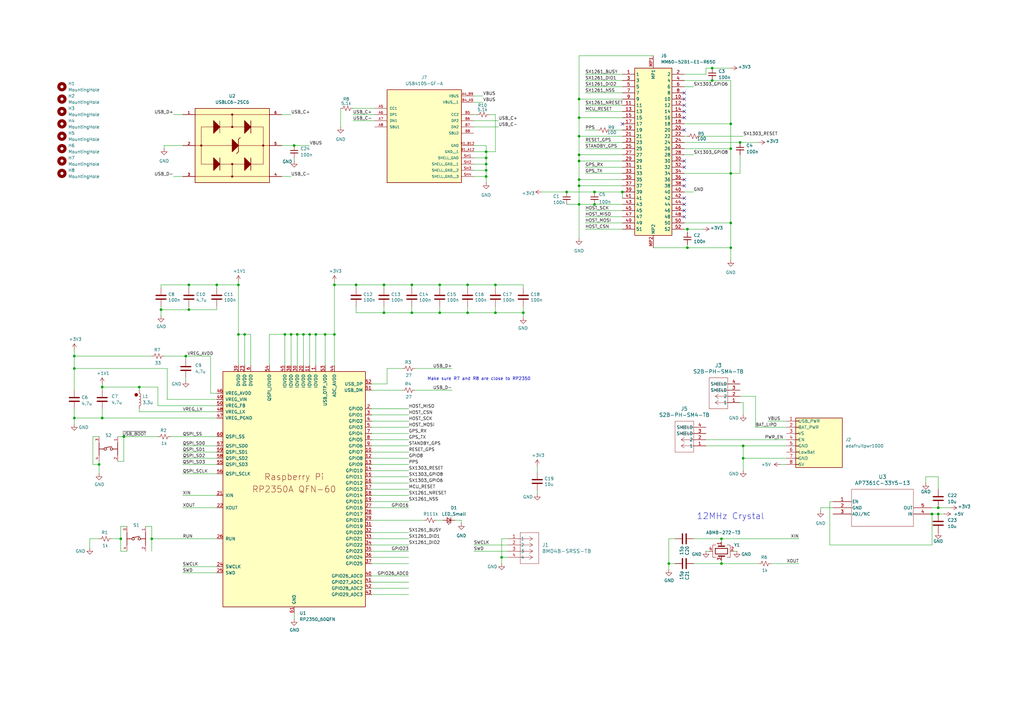
<source format=kicad_sch>
(kicad_sch (version 20250114) (generator "eeschema") (generator_version "9.0")
  (paper "A3")
  (circle (center 55.88 161.925) (radius 0.635) (stroke (width 0) (color 132 0 0 1)) (fill (type color) (color 132 0 0 1)))
  (text "12MHz Crystal" (at 285.75 213.36 0) (effects (font (size 2.54 2.54)) (justify left bottom)))
  (text "Make sure R7 and R8 are close to RP2350\n" (at 175.26 156.21 0) (effects (font (size 1.27 1.27)) (justify left bottom)))
  (junction (at 127 137.16))
  (junction (at 281.94 93.98))
  (junction (at 137.16 137.16))
  (junction (at 384.81 210.82))
  (junction (at 97.79 137.16))
  (junction (at 199.39 64.77))
  (junction (at 299.72 101.6))
  (junction (at 292.1 27.94))
  (junction (at 299.72 91.44))
  (junction (at 382.27 210.82))
  (junction (at 129.54 137.16))
  (junction (at 30.48 171.45))
  (junction (at 157.48 128.27))
  (junction (at 214.63 128.27))
  (junction (at 76.2 146.05))
  (junction (at 49.53 220.98))
  (junction (at 232.41 78.74))
  (junction (at 66.04 127))
  (junction (at 119.38 137.16))
  (junction (at 50.8 179.07))
  (junction (at 292.1 33.02))
  (junction (at 133.35 137.16))
  (junction (at 274.32 231.14))
  (junction (at 41.91 171.45))
  (junction (at 168.91 128.27))
  (junction (at 203.2 116.84))
  (junction (at 77.47 116.84))
  (junction (at 199.39 67.31))
  (junction (at 304.8 182.88))
  (junction (at 97.79 116.84))
  (junction (at 237.49 76.2))
  (junction (at 203.2 128.27))
  (junction (at 237.49 83.82))
  (junction (at 299.72 71.12))
  (junction (at 180.34 116.84))
  (junction (at 116.84 137.16))
  (junction (at 30.48 146.05))
  (junction (at 299.72 50.8))
  (junction (at 304.8 187.96))
  (junction (at 157.48 116.84))
  (junction (at 41.91 158.75))
  (junction (at 303.53 58.42))
  (junction (at 237.49 66.04))
  (junction (at 137.16 116.84))
  (junction (at 62.23 220.98))
  (junction (at 146.05 116.84))
  (junction (at 237.49 55.88))
  (junction (at 281.94 101.6))
  (junction (at 384.81 208.28))
  (junction (at 168.91 116.84))
  (junction (at 255.27 78.74))
  (junction (at 40.64 190.5))
  (junction (at 299.72 60.96))
  (junction (at 180.34 128.27))
  (junction (at 295.91 220.98))
  (junction (at 237.49 40.64))
  (junction (at 205.74 228.6))
  (junction (at 120.65 59.69))
  (junction (at 191.77 116.84))
  (junction (at 88.9 116.84))
  (junction (at 243.84 83.82))
  (junction (at 77.47 127))
  (junction (at 100.33 137.16))
  (junction (at 199.39 62.23))
  (junction (at 121.92 137.16))
  (junction (at 191.77 128.27))
  (junction (at 124.46 137.16))
  (junction (at 199.39 72.39))
  (junction (at 30.48 151.13))
  (junction (at 237.49 63.5))
  (junction (at 295.91 231.14))
  (junction (at 57.15 158.75))
  (junction (at 243.84 78.74))
  (junction (at 237.49 73.66))
  (junction (at 237.49 48.26))
  (junction (at 199.39 69.85))
  (no_connect (at 280.67 73.66))
  (no_connect (at 280.67 43.18))
  (no_connect (at 280.67 53.34))
  (no_connect (at 280.67 38.1))
  (no_connect (at 280.67 68.58))
  (no_connect (at 280.67 66.04))
  (no_connect (at 280.67 40.64))
  (no_connect (at 280.67 45.72))
  (no_connect (at 280.67 86.36))
  (no_connect (at 280.67 76.2))
  (no_connect (at 280.67 81.28))
  (no_connect (at 255.27 50.8))
  (no_connect (at 280.67 48.26))
  (no_connect (at 280.67 83.82))
  (no_connect (at 280.67 88.9))
  (wire (pts (xy 203.2 46.99) (xy 203.2 62.23)))
  (wire (pts (xy 49.53 215.9) (xy 49.53 220.98)))
  (wire (pts (xy 300.99 226.06) (xy 302.26 226.06)))
  (wire (pts (xy 240.03 91.44) (xy 255.27 91.44)))
  (wire (pts (xy 214.63 118.11) (xy 214.63 116.84)))
  (wire (pts (xy 66.04 127) (xy 66.04 129.54)))
  (wire (pts (xy 152.4 231.14) (xy 167.64 231.14)))
  (wire (pts (xy 152.4 167.64) (xy 167.64 167.64)))
  (wire (pts (xy 66.04 116.84) (xy 77.47 116.84)))
  (wire (pts (xy 38.1 190.5) (xy 40.64 190.5)))
  (wire (pts (xy 88.9 166.37) (xy 64.77 166.37)))
  (wire (pts (xy 120.65 251.46) (xy 120.65 254)))
  (wire (pts (xy 71.12 72.39) (xy 74.93 72.39)))
  (wire (pts (xy 267.97 22.86) (xy 237.49 22.86)))
  (wire (pts (xy 314.96 172.72) (xy 322.58 172.72)))
  (wire (pts (xy 40.64 189.23) (xy 40.64 190.5)))
  (wire (pts (xy 240.03 43.18) (xy 255.27 43.18)))
  (wire (pts (xy 152.4 218.44) (xy 167.64 218.44)))
  (wire (pts (xy 243.84 83.82) (xy 255.27 83.82)))
  (wire (pts (xy 186.69 213.36) (xy 189.23 213.36)))
  (wire (pts (xy 124.46 137.16) (xy 127 137.16)))
  (wire (pts (xy 152.4 175.26) (xy 167.64 175.26)))
  (wire (pts (xy 152.4 157.48) (xy 158.75 157.48)))
  (wire (pts (xy 179.07 213.36) (xy 181.61 213.36)))
  (wire (pts (xy 280.67 60.96) (xy 299.72 60.96)))
  (wire (pts (xy 387.35 210.82) (xy 384.81 210.82)))
  (wire (pts (xy 158.75 151.13) (xy 165.1 151.13)))
  (wire (pts (xy 152.4 238.76) (xy 167.64 238.76)))
  (wire (pts (xy 127 137.16) (xy 129.54 137.16)))
  (wire (pts (xy 146.05 118.11) (xy 146.05 116.84)))
  (wire (pts (xy 379.73 195.58) (xy 379.73 198.12)))
  (wire (pts (xy 280.67 33.02) (xy 292.1 33.02)))
  (wire (pts (xy 152.4 193.04) (xy 167.64 193.04)))
  (wire (pts (xy 121.92 137.16) (xy 124.46 137.16)))
  (wire (pts (xy 240.03 60.96) (xy 255.27 60.96)))
  (wire (pts (xy 316.23 231.14) (xy 327.66 231.14)))
  (wire (pts (xy 133.35 137.16) (xy 137.16 137.16)))
  (wire (pts (xy 144.78 49.53) (xy 153.67 49.53)))
  (wire (pts (xy 280.67 63.5) (xy 284.48 63.5)))
  (wire (pts (xy 281.94 100.33) (xy 281.94 101.6)))
  (wire (pts (xy 199.39 67.31) (xy 199.39 69.85)))
  (wire (pts (xy 340.36 205.74) (xy 340.36 223.52)))
  (wire (pts (xy 86.36 161.29) (xy 88.9 161.29)))
  (wire (pts (xy 289.56 180.34) (xy 322.58 180.34)))
  (wire (pts (xy 144.78 46.99) (xy 153.67 46.99)))
  (wire (pts (xy 127 149.86) (xy 127 137.16)))
  (wire (pts (xy 88.9 127) (xy 88.9 125.73)))
  (wire (pts (xy 194.31 41.91) (xy 198.12 41.91)))
  (wire (pts (xy 133.35 149.86) (xy 133.35 137.16)))
  (wire (pts (xy 62.23 220.98) (xy 62.23 215.9)))
  (wire (pts (xy 68.58 163.83) (xy 88.9 163.83)))
  (wire (pts (xy 152.4 160.02) (xy 165.1 160.02)))
  (wire (pts (xy 240.03 93.98) (xy 255.27 93.98)))
  (wire (pts (xy 280.67 35.56) (xy 284.48 35.56)))
  (wire (pts (xy 88.9 194.31) (xy 74.93 194.31)))
  (wire (pts (xy 240.03 53.34) (xy 245.11 53.34)))
  (wire (pts (xy 57.15 158.75) (xy 57.15 160.02)))
  (wire (pts (xy 240.03 86.36) (xy 255.27 86.36)))
  (wire (pts (xy 158.75 151.13) (xy 158.75 157.48)))
  (wire (pts (xy 119.38 137.16) (xy 121.92 137.16)))
  (wire (pts (xy 49.53 220.98) (xy 49.53 226.06)))
  (wire (pts (xy 189.23 213.36) (xy 189.23 214.63)))
  (wire (pts (xy 304.8 187.96) (xy 304.8 193.04)))
  (wire (pts (xy 280.67 91.44) (xy 299.72 91.44)))
  (wire (pts (xy 152.4 220.98) (xy 167.64 220.98)))
  (wire (pts (xy 384.81 195.58) (xy 379.73 195.58)))
  (wire (pts (xy 205.74 228.6) (xy 205.74 231.14)))
  (wire (pts (xy 119.38 149.86) (xy 119.38 137.16)))
  (wire (pts (xy 299.72 106.68) (xy 299.72 101.6)))
  (wire (pts (xy 152.4 198.12) (xy 167.64 198.12)))
  (wire (pts (xy 289.56 30.48) (xy 280.67 30.48)))
  (wire (pts (xy 194.31 59.69) (xy 199.39 59.69)))
  (wire (pts (xy 152.4 228.6) (xy 167.64 228.6)))
  (wire (pts (xy 68.58 151.13) (xy 68.58 163.83)))
  (wire (pts (xy 194.31 223.52) (xy 208.28 223.52)))
  (wire (pts (xy 77.47 125.73) (xy 77.47 127)))
  (wire (pts (xy 168.91 125.73) (xy 168.91 128.27)))
  (wire (pts (xy 74.93 185.42) (xy 88.9 185.42)))
  (wire (pts (xy 88.9 208.28) (xy 74.93 208.28)))
  (wire (pts (xy 86.36 146.05) (xy 86.36 161.29)))
  (wire (pts (xy 115.57 59.69) (xy 120.65 59.69)))
  (wire (pts (xy 191.77 128.27) (xy 180.34 128.27)))
  (wire (pts (xy 152.4 203.2) (xy 167.64 203.2)))
  (wire (pts (xy 303.53 58.42) (xy 311.15 58.42)))
  (wire (pts (xy 157.48 128.27) (xy 146.05 128.27)))
  (wire (pts (xy 69.85 179.07) (xy 88.9 179.07)))
  (wire (pts (xy 62.23 220.98) (xy 62.23 226.06)))
  (wire (pts (xy 243.84 78.74) (xy 255.27 78.74)))
  (wire (pts (xy 57.15 168.91) (xy 88.9 168.91)))
  (wire (pts (xy 152.4 241.3) (xy 167.64 241.3)))
  (wire (pts (xy 168.91 116.84) (xy 180.34 116.84)))
  (wire (pts (xy 64.77 166.37) (xy 64.77 158.75)))
  (wire (pts (xy 152.4 172.72) (xy 167.64 172.72)))
  (wire (pts (xy 240.03 30.48) (xy 255.27 30.48)))
  (wire (pts (xy 30.48 146.05) (xy 30.48 151.13)))
  (wire (pts (xy 66.04 125.73) (xy 66.04 127)))
  (wire (pts (xy 214.63 128.27) (xy 214.63 130.175)))
  (wire (pts (xy 97.79 116.84) (xy 97.79 137.16)))
  (wire (pts (xy 237.49 83.82) (xy 237.49 76.2)))
  (wire (pts (xy 280.67 93.98) (xy 281.94 93.98)))
  (wire (pts (xy 289.56 226.06) (xy 290.83 226.06)))
  (wire (pts (xy 194.31 39.37) (xy 198.12 39.37)))
  (wire (pts (xy 180.34 118.11) (xy 180.34 116.84)))
  (wire (pts (xy 88.9 234.95) (xy 74.93 234.95)))
  (wire (pts (xy 40.64 179.07) (xy 38.1 179.07)))
  (wire (pts (xy 237.49 22.86) (xy 237.49 40.64)))
  (wire (pts (xy 146.05 125.73) (xy 146.05 128.27)))
  (wire (pts (xy 157.48 116.84) (xy 168.91 116.84)))
  (wire (pts (xy 121.92 149.86) (xy 121.92 137.16)))
  (wire (pts (xy 322.58 187.96) (xy 304.8 187.96)))
  (wire (pts (xy 199.39 69.85) (xy 199.39 72.39)))
  (wire (pts (xy 38.1 179.07) (xy 38.1 190.5)))
  (wire (pts (xy 255.27 48.26) (xy 237.49 48.26)))
  (wire (pts (xy 41.91 160.02) (xy 41.91 158.75)))
  (wire (pts (xy 88.9 116.84) (xy 97.79 116.84)))
  (wire (pts (xy 232.41 78.74) (xy 243.84 78.74)))
  (wire (pts (xy 52.07 226.06) (xy 49.53 226.06)))
  (wire (pts (xy 280.67 71.12) (xy 299.72 71.12)))
  (wire (pts (xy 97.79 115.57) (xy 97.79 116.84)))
  (wire (pts (xy 194.31 64.77) (xy 199.39 64.77)))
  (wire (pts (xy 152.4 180.34) (xy 167.64 180.34)))
  (wire (pts (xy 255.27 73.66) (xy 237.49 73.66)))
  (wire (pts (xy 237.49 55.88) (xy 237.49 48.26)))
  (wire (pts (xy 280.67 78.74) (xy 284.48 78.74)))
  (wire (pts (xy 110.49 149.86) (xy 110.49 137.16)))
  (wire (pts (xy 191.77 116.84) (xy 203.2 116.84)))
  (wire (pts (xy 74.93 182.88) (xy 88.9 182.88)))
  (wire (pts (xy 304.8 165.1) (xy 304.8 170.18)))
  (wire (pts (xy 203.2 62.23) (xy 199.39 62.23)))
  (wire (pts (xy 74.93 187.96) (xy 88.9 187.96)))
  (wire (pts (xy 152.4 177.8) (xy 167.64 177.8)))
  (wire (pts (xy 180.34 128.27) (xy 168.91 128.27)))
  (wire (pts (xy 194.31 226.06) (xy 208.28 226.06)))
  (wire (pts (xy 116.84 149.86) (xy 116.84 137.16)))
  (wire (pts (xy 152.4 208.28) (xy 167.64 208.28)))
  (wire (pts (xy 144.78 44.45) (xy 153.67 44.45)))
  (wire (pts (xy 50.8 179.07) (xy 64.77 179.07)))
  (wire (pts (xy 304.8 165.1) (xy 303.53 165.1)))
  (wire (pts (xy 137.16 116.84) (xy 137.16 137.16)))
  (wire (pts (xy 292.1 33.02) (xy 299.72 33.02)))
  (wire (pts (xy 284.48 220.98) (xy 295.91 220.98)))
  (wire (pts (xy 100.33 137.16) (xy 102.87 137.16)))
  (wire (pts (xy 66.04 118.11) (xy 66.04 116.84)))
  (wire (pts (xy 194.31 49.53) (xy 204.47 49.53)))
  (wire (pts (xy 237.49 63.5) (xy 237.49 55.88)))
  (wire (pts (xy 341.63 208.28) (xy 336.55 208.28)))
  (wire (pts (xy 41.91 167.64) (xy 41.91 171.45)))
  (wire (pts (xy 280.67 58.42) (xy 303.53 58.42)))
  (wire (pts (xy 88.9 118.11) (xy 88.9 116.84)))
  (wire (pts (xy 240.03 35.56) (xy 255.27 35.56)))
  (wire (pts (xy 168.91 128.27) (xy 157.48 128.27)))
  (wire (pts (xy 66.04 127) (xy 77.47 127)))
  (wire (pts (xy 237.49 66.04) (xy 237.49 63.5)))
  (wire (pts (xy 222.25 78.74) (xy 232.41 78.74)))
  (wire (pts (xy 281.94 93.98) (xy 288.29 93.98)))
  (wire (pts (xy 240.03 71.12) (xy 255.27 71.12)))
  (wire (pts (xy 50.8 189.23) (xy 50.8 179.07)))
  (wire (pts (xy 203.2 128.27) (xy 214.63 128.27)))
  (wire (pts (xy 267.97 101.6) (xy 281.94 101.6)))
  (wire (pts (xy 67.31 146.05) (xy 76.2 146.05)))
  (wire (pts (xy 203.2 125.73) (xy 203.2 128.27)))
  (wire (pts (xy 203.2 128.27) (xy 191.77 128.27)))
  (wire (pts (xy 295.91 231.14) (xy 311.15 231.14)))
  (wire (pts (xy 309.88 162.56) (xy 303.53 162.56)))
  (wire (pts (xy 303.53 63.5) (xy 303.53 71.12)))
  (wire (pts (xy 281.94 101.6) (xy 299.72 101.6)))
  (wire (pts (xy 152.4 226.06) (xy 167.64 226.06)))
  (wire (pts (xy 152.4 243.84) (xy 167.64 243.84)))
  (wire (pts (xy 237.49 40.64) (xy 255.27 40.64)))
  (wire (pts (xy 194.31 72.39) (xy 199.39 72.39)))
  (wire (pts (xy 152.4 190.5) (xy 167.64 190.5)))
  (wire (pts (xy 194.31 52.07) (xy 204.47 52.07)))
  (wire (pts (xy 309.88 162.56) (xy 309.88 175.26)))
  (wire (pts (xy 240.03 38.1) (xy 255.27 38.1)))
  (wire (pts (xy 76.2 146.05) (xy 76.2 147.32)))
  (wire (pts (xy 120.65 64.77) (xy 120.65 66.04)))
  (wire (pts (xy 30.48 146.05) (xy 62.23 146.05)))
  (wire (pts (xy 74.93 190.5) (xy 88.9 190.5)))
  (wire (pts (xy 168.91 118.11) (xy 168.91 116.84)))
  (wire (pts (xy 203.2 118.11) (xy 203.2 116.84)))
  (wire (pts (xy 299.72 60.96) (xy 299.72 50.8)))
  (wire (pts (xy 203.2 46.99) (xy 200.66 46.99)))
  (wire (pts (xy 116.84 137.16) (xy 119.38 137.16)))
  (wire (pts (xy 384.81 200.66) (xy 384.81 195.58)))
  (wire (pts (xy 115.57 72.39) (xy 119.38 72.39)))
  (wire (pts (xy 280.67 50.8) (xy 299.72 50.8)))
  (wire (pts (xy 237.49 76.2) (xy 237.49 73.66)))
  (wire (pts (xy 77.47 127) (xy 88.9 127)))
  (wire (pts (xy 237.49 83.82) (xy 237.49 97.79)))
  (wire (pts (xy 289.56 27.94) (xy 292.1 27.94)))
  (wire (pts (xy 88.9 232.41) (xy 74.93 232.41)))
  (wire (pts (xy 97.79 137.16) (xy 97.79 149.86)))
  (wire (pts (xy 64.77 158.75) (xy 57.15 158.75)))
  (wire (pts (xy 274.32 220.98) (xy 274.32 231.14)))
  (wire (pts (xy 203.2 116.84) (xy 214.63 116.84)))
  (wire (pts (xy 129.54 137.16) (xy 129.54 149.86)))
  (wire (pts (xy 124.46 149.86) (xy 124.46 137.16)))
  (wire (pts (xy 102.87 137.16) (xy 102.87 149.86)))
  (wire (pts (xy 194.31 62.23) (xy 199.39 62.23)))
  (wire (pts (xy 199.39 59.69) (xy 199.39 62.23)))
  (wire (pts (xy 41.91 158.75) (xy 57.15 158.75)))
  (wire (pts (xy 152.4 223.52) (xy 167.64 223.52)))
  (wire (pts (xy 48.26 189.23) (xy 50.8 189.23)))
  (wire (pts (xy 62.23 215.9) (xy 59.69 215.9)))
  (wire (pts (xy 36.83 220.98) (xy 36.83 224.79)))
  (wire (pts (xy 76.2 146.05) (xy 86.36 146.05)))
  (wire (pts (xy 41.91 157.48) (xy 41.91 158.75)))
  (wire (pts (xy 287.02 55.88) (xy 304.8 55.88)))
  (wire (pts (xy 237.49 83.82) (xy 243.84 83.82)))
  (wire (pts (xy 137.16 115.57) (xy 137.16 116.84)))
  (wire (pts (xy 255.27 66.04) (xy 237.49 66.04)))
  (wire (pts (xy 320.04 190.5) (xy 322.58 190.5)))
  (wire (pts (xy 237.49 40.64) (xy 237.49 48.26)))
  (wire (pts (xy 137.16 137.16) (xy 137.16 149.86)))
  (wire (pts (xy 255.27 55.88) (xy 237.49 55.88)))
  (wire (pts (xy 67.31 59.69) (xy 67.31 60.96)))
  (wire (pts (xy 152.4 195.58) (xy 167.64 195.58)))
  (wire (pts (xy 157.48 118.11) (xy 157.48 116.84)))
  (wire (pts (xy 74.93 203.2) (xy 88.9 203.2)))
  (wire (pts (xy 152.4 185.42) (xy 167.64 185.42)))
  (wire (pts (xy 276.86 231.14) (xy 274.32 231.14)))
  (wire (pts (xy 100.33 137.16) (xy 97.79 137.16)))
  (wire (pts (xy 152.4 170.18) (xy 167.64 170.18)))
  (wire (pts (xy 205.74 220.98) (xy 205.74 228.6)))
  (wire (pts (xy 115.57 46.99) (xy 119.38 46.99)))
  (wire (pts (xy 281.94 93.98) (xy 281.94 95.25)))
  (wire (pts (xy 77.47 116.84) (xy 88.9 116.84)))
  (wire (pts (xy 280.67 55.88) (xy 281.94 55.88)))
  (wire (pts (xy 295.91 220.98) (xy 327.66 220.98)))
  (wire (pts (xy 152.4 187.96) (xy 167.64 187.96)))
  (wire (pts (xy 71.12 46.99) (xy 74.93 46.99)))
  (wire (pts (xy 100.33 149.86) (xy 100.33 137.16)))
  (wire (pts (xy 341.63 205.74) (xy 340.36 205.74)))
  (wire (pts (xy 152.4 213.36) (xy 173.99 213.36)))
  (wire (pts (xy 274.32 231.14) (xy 274.32 233.68)))
  (wire (pts (xy 110.49 137.16) (xy 116.84 137.16)))
  (wire (pts (xy 45.72 220.98) (xy 49.53 220.98)))
  (wire (pts (xy 384.81 208.28) (xy 382.27 208.28)))
  (wire (pts (xy 30.48 143.51) (xy 30.48 146.05)))
  (wire (pts (xy 382.27 223.52) (xy 382.27 210.82)))
  (wire (pts (xy 77.47 118.11) (xy 77.47 116.84)))
  (wire (pts (xy 137.16 116.84) (xy 146.05 116.84)))
  (wire (pts (xy 49.53 215.9) (xy 52.07 215.9)))
  (wire (pts (xy 30.48 167.64) (xy 30.48 171.45)))
  (wire (pts (xy 336.55 208.28) (xy 336.55 209.55)))
  (wire (pts (xy 255.27 63.5) (xy 237.49 63.5)))
  (wire (pts (xy 299.72 71.12) (xy 299.72 60.96)))
  (wire (pts (xy 255.27 76.2) (xy 237.49 76.2)))
  (wire (pts (xy 40.64 190.5) (xy 40.64 194.31)))
  (wire (pts (xy 170.18 160.02) (xy 185.42 160.02)))
  (wire (pts (xy 57.15 168.91) (xy 57.15 167.64)))
  (wire (pts (xy 232.41 83.82) (xy 237.49 83.82)))
  (wire (pts (xy 240.03 33.02) (xy 255.27 33.02)))
  (wire (pts (xy 180.34 116.84) (xy 191.77 116.84)))
  (wire (pts (xy 41.91 171.45) (xy 88.9 171.45)))
  (wire (pts (xy 139.7 44.45) (xy 139.7 52.07)))
  (wire (pts (xy 191.77 125.73) (xy 191.77 128.27)))
  (wire (pts (xy 220.345 201.295) (xy 220.345 202.565)))
  (wire (pts (xy 240.03 45.72) (xy 255.27 45.72)))
  (wire (pts (xy 214.63 125.73) (xy 214.63 128.27)))
  (wire (pts (xy 74.93 59.69) (xy 67.31 59.69)))
  (wire (pts (xy 76.2 156.21) (xy 76.2 154.94)))
  (wire (pts (xy 299.72 71.12) (xy 303.53 71.12)))
  (wire (pts (xy 295.91 229.87) (xy 295.91 231.14)))
  (wire (pts (xy 152.4 205.74) (xy 167.64 205.74)))
  (wire (pts (xy 208.28 228.6) (xy 205.74 228.6)))
  (wire (pts (xy 152.4 200.66) (xy 167.64 200.66)))
  (wire (pts (xy 146.05 116.84) (xy 157.48 116.84)))
  (wire (pts (xy 30.48 171.45) (xy 30.48 173.99)))
  (wire (pts (xy 152.4 182.88) (xy 167.64 182.88)))
  (wire (pts (xy 208.28 220.98) (xy 205.74 220.98)))
  (wire (pts (xy 299.72 71.12) (xy 299.72 91.44)))
  (wire (pts (xy 299.72 50.8) (xy 299.72 33.02)))
  (wire (pts (xy 157.48 125.73) (xy 157.48 128.27)))
  (wire (pts (xy 199.39 72.39) (xy 199.39 74.93)))
  (wire (pts (xy 289.56 27.94) (xy 289.56 30.48)))
  (wire (pts (xy 299.72 101.6) (xy 299.72 91.44)))
  (wire (pts (xy 48.26 179.07) (xy 50.8 179.07)))
  (wire (pts (xy 309.88 175.26) (xy 322.58 175.26)))
  (wire (pts (xy 276.86 220.98) (xy 274.32 220.98)))
  (wire (pts (xy 289.56 182.88) (xy 304.8 182.88)))
  (wire (pts (xy 170.18 151.13) (xy 185.42 151.13)))
  (wire (pts (xy 180.34 125.73) (xy 180.34 128.27)))
  (wire (pts (xy 304.8 182.88) (xy 304.8 187.96)))
  (wire (pts (xy 295.91 222.25) (xy 295.91 220.98)))
  (wire (pts (xy 194.31 67.31) (xy 199.39 67.31)))
  (wire (pts (xy 240.03 68.58) (xy 255.27 68.58)))
  (wire (pts (xy 240.03 88.9) (xy 255.27 88.9)))
  (wire (pts (xy 340.36 223.52) (xy 382.27 223.52)))
  (wire (pts (xy 250.19 53.34) (xy 255.27 53.34)))
  (wire (pts (xy 199.39 62.23) (xy 199.39 64.77)))
  (wire (pts (xy 36.83 220.98) (xy 40.64 220.98)))
  (wire (pts (xy 384.81 210.82) (xy 382.27 210.82)))
  (wire (pts (xy 195.58 46.99) (xy 194.31 46.99)))
  (wire (pts (xy 191.77 118.11) (xy 191.77 116.84)))
  (wire (pts (xy 30.48 171.45) (xy 41.91 171.45)))
  (wire (pts (xy 220.345 191.135) (xy 220.345 193.675)))
  (wire (pts (xy 129.54 137.16) (xy 133.35 137.16)))
  (wire (pts (xy 152.4 236.22) (xy 167.64 236.22)))
  (wire (pts (xy 255.27 78.74) (xy 255.27 81.28)))
  (wire (pts (xy 30.48 151.13) (xy 68.58 151.13)))
  (wire (pts (xy 194.31 69.85) (xy 199.39 69.85)))
  (wire (pts (xy 284.48 231.14) (xy 295.91 231.14)))
  (wire (pts (xy 237.49 73.66) (xy 237.49 66.04)))
  (wire (pts (xy 240.03 58.42) (xy 255.27 58.42)))
  (wire (pts (xy 384.81 208.28) (xy 389.89 208.28)))
  (wire (pts (xy 292.1 27.94) (xy 299.72 27.94)))
  (wire (pts (xy 199.39 64.77) (xy 199.39 67.31)))
  (wire (pts (xy 120.65 59.69) (xy 127 59.69)))
  (wire (pts (xy 62.23 220.98) (xy 88.9 220.98)))
  (wire (pts (xy 30.48 151.13) (xy 30.48 160.02)))
  (wire (pts (xy 322.58 182.88) (xy 304.8 182.88)))
  (label "MCU_RESET" (at 167.64 200.66 0))
  (label "HOST_MISO" (at 240.03 88.9 0))
  (label "USB_D-" (at 185.42 160.02 180))
  (label "HOST_MOSI" (at 167.64 175.26 0))
  (label "XIN" (at 74.93 203.2 0))
  (label "STANDBY_GPS" (at 240.03 60.96 0))
  (label "HOST_SCK" (at 167.64 172.72 0))
  (label "XOUT" (at 327.66 231.14 180))
  (label "QSPI_SD2" (at 74.93 187.96 0))
  (label "SX1261_NRESET" (at 167.64 203.2 0))
  (label "PPS" (at 240.03 53.34 0))
  (label "HOST_MISO" (at 167.64 167.64 0))
  (label "VBUS" (at 198.12 39.37 0))
  (label "SX1261_DIO1" (at 167.64 220.98 0))
  (label "MCU_RESET" (at 240.03 45.72 0))
  (label "VREG_LX" (at 74.93 168.91 0))
  (label "SX1303_RESET" (at 304.8 55.88 0))
  (label "SX1303_GPIO8" (at 167.64 195.58 0))
  (label "~{USB_BOOT}" (at 50.165 179.07 0))
  (label "USB_D+" (at 185.42 151.13 180))
  (label "SX1303_GPIO8" (at 284.48 63.5 0))
  (label "GPIO26_ADC0" (at 167.64 236.22 180))
  (label "GPIO8" (at 167.64 187.96 0))
  (label "RESET_GPS" (at 167.64 185.42 0))
  (label "BAT_LIPO" (at 309.88 175.26 0))
  (label "HOST_CSN" (at 240.03 93.98 0))
  (label "SX1261_DIO2" (at 167.64 223.52 0))
  (label "SWCLK" (at 194.31 223.52 0))
  (label "XIN" (at 327.66 220.98 180))
  (label "SX1261_NSS" (at 167.64 205.74 0))
  (label "RESET_GPS" (at 240.03 58.42 0))
  (label "HOST_SCK" (at 240.03 86.36 0))
  (label "RUN" (at 74.93 220.98 0))
  (label "SX1261_NSS" (at 240.03 38.1 0))
  (label "XOUT" (at 74.93 208.28 0))
  (label "HOST_CSN" (at 167.64 170.18 0))
  (label "GPS_TX" (at 167.64 180.34 0))
  (label "VBUS" (at 314.96 172.72 0))
  (label "HOST_MOSI" (at 240.03 91.44 0))
  (label "GPIO16" (at 167.64 208.28 180))
  (label "QSPI_SS" (at 74.93 179.07 0))
  (label "USB_C-" (at 204.47 52.07 0))
  (label "PPS" (at 167.64 190.5 0))
  (label "GPS_RX" (at 240.03 68.58 0))
  (label "QSPI_SCLK" (at 74.93 194.31 0))
  (label "SX1303_GPIO6" (at 167.64 198.12 0))
  (label "GPS_TX" (at 240.03 71.12 0))
  (label "USB_D-" (at 71.12 72.39 180))
  (label "SWD" (at 74.93 234.95 0))
  (label "USB_C-" (at 144.78 49.53 0))
  (label "SWD" (at 194.31 226.06 0))
  (label "SX1261_NRESET" (at 240.03 43.18 0))
  (label "SX1261_BUSY" (at 167.64 218.44 0))
  (label "USB_D+" (at 71.12 46.99 180))
  (label "GPIO23" (at 167.64 226.06 180))
  (label "USB_C+" (at 144.78 46.99 0))
  (label "SX1261_BUSY" (at 240.03 30.48 0))
  (label "SX1261_DIO2" (at 240.03 35.56 0))
  (label "SX1303_RESET" (at 167.64 193.04 0))
  (label "USB_C+" (at 119.38 46.99 0))
  (label "GPS_RX" (at 167.64 177.8 0))
  (label "GND" (at 284.48 78.74 0))
  (label "QSPI_SD1" (at 74.93 185.42 0))
  (label "VREG_AVDD" (at 76.835 146.05 0))
  (label "USB_C+" (at 204.47 49.53 0))
  (label "USB_C-" (at 119.38 72.39 0))
  (label "QSPI_SD3" (at 74.93 190.5 0))
  (label "SWCLK" (at 74.93 232.41 0))
  (label "STANDBY_GPS" (at 167.64 182.88 0))
  (label "SX1261_DIO1" (at 240.03 33.02 0))
  (label "PWR_EN" (at 313.69 180.34 0))
  (label "QSPI_SD0" (at 74.93 182.88 0))
  (label "SX1303_GPIO6" (at 284.48 35.56 0))
  (label "VBUS" (at 127 59.69 0))
  (label "VBUS" (at 198.12 41.91 0))
  (symbol (lib_id "power:GND") (at 120.65 254 0) (unit 1)
    (property "Reference" "#PWR021" (effects (hide yes)))
    (property "Value" "GND" (at 120.777 258.3942 0))
  )
  (symbol (lib_id "power:+3V3") (at 137.16 115.57 0) (unit 1)
    (property "Reference" "#PWR022" (effects (hide yes)))
    (property "Value" "+3V3" (at 137.541 111.1758 0))
  )
  (symbol (lib_id "Device:C") (at 146.05 121.92 0) (unit 1)
    (property "Reference" "C12" (at 148.971 120.7516 0) (effects (justify left)))
    (property "Value" "100n" (at 148.971 123.063 0) (effects (justify left)))
    (property "Footprint" "Capacitor_SMD:C_0402_1005Metric" (effects (hide yes)))
  )
  (symbol (lib_id "Device:C") (at 157.48 121.92 0) (unit 1)
    (property "Reference" "C13" (at 160.401 120.7516 0) (effects (justify left)))
    (property "Value" "100n" (at 160.401 123.063 0) (effects (justify left)))
    (property "Footprint" "Capacitor_SMD:C_0402_1005Metric" (effects (hide yes)))
  )
  (symbol (lib_id "Device:C") (at 168.91 121.92 0) (unit 1)
    (property "Reference" "C14" (at 171.831 120.7516 0) (effects (justify left)))
    (property "Value" "100n" (at 171.831 123.063 0) (effects (justify left)))
    (property "Footprint" "Capacitor_SMD:C_0402_1005Metric" (effects (hide yes)))
  )
  (symbol (lib_id "Device:C") (at 180.34 121.92 0) (unit 1)
    (property "Reference" "C15" (at 183.261 120.7516 0) (effects (justify left)))
    (property "Value" "100n" (at 183.261 123.063 0) (effects (justify left)))
    (property "Footprint" "Capacitor_SMD:C_0402_1005Metric" (effects (hide yes)))
  )
  (symbol (lib_id "Device:C") (at 191.77 121.92 0) (unit 1)
    (property "Reference" "C16" (at 194.691 120.7516 0) (effects (justify left)))
    (property "Value" "100n" (at 194.691 123.063 0) (effects (justify left)))
    (property "Footprint" "Capacitor_SMD:C_0402_1005Metric" (effects (hide yes)))
  )
  (symbol (lib_id "Device:C") (at 203.2 121.92 0) (unit 1)
    (property "Reference" "C17" (at 206.121 120.7516 0) (effects (justify left)))
    (property "Value" "100n" (at 206.121 123.063 0) (effects (justify left)))
    (property "Footprint" "Capacitor_SMD:C_0402_1005Metric" (effects (hide yes)))
  )
  (symbol (lib_id "power:+3V3") (at 220.345 191.135 0) (unit 1)
    (property "Reference" "#PWR027" (effects (hide yes)))
    (property "Value" "+3V3" (at 220.726 186.7408 0))
  )
  (symbol (lib_id "Device:C") (at 220.345 197.485 0) (unit 1)
    (property "Reference" "C19" (at 223.266 196.3166 0) (effects (justify left)))
    (property "Value" "10u" (at 223.266 198.628 0) (effects (justify left)))
    (property "Footprint" "Capacitor_SMD:C_0805_2012Metric" (effects (hide yes)))
  )
  (symbol (lib_id "power:GND") (at 220.345 202.565 0) (unit 1)
    (property "Reference" "#PWR028" (effects (hide yes)))
    (property "Value" "GND" (at 216.535 203.835 0))
  )
  (symbol (lib_id "power:GND") (at 66.04 129.54 0) (unit 1)
    (property "Reference" "#PWR013" (effects (hide yes)))
    (property "Value" "GND" (at 66.167 133.9342 0))
  )
  (symbol (lib_id "power:+3V3") (at 299.72 27.94 270) (unit 1)
    (property "Reference" "#PWR031" (effects (hide yes)))
    (property "Value" "+3V3" (at 305.308 27.432 90))
  )
  (symbol (lib_id "power:+3V3") (at 30.48 143.51 0) (unit 1)
    (property "Reference" "#PWR0102" (effects (hide yes)))
    (property "Value" "+3V3" (at 30.861 139.1158 0))
  )
  (symbol (lib_id "Device:C") (at 88.9 121.92 0) (unit 1)
    (property "Reference" "C11" (at 91.821 120.7516 0) (effects (justify left)))
    (property "Value" "100n" (at 91.821 123.063 0) (effects (justify left)))
    (property "Footprint" "Capacitor_SMD:C_0402_1005Metric" (effects (hide yes)))
  )
  (symbol (lib_id "Device:C_Small") (at 232.41 81.28 0) (unit 1)
    (property "Reference" "C1" (at 226.822 80.518 0) (effects (justify left)))
    (property "Value" "100n" (at 226.822 83.058 0) (effects (justify left)))
    (property "Footprint" "Capacitor_SMD:C_0402_1005Metric" (effects (hide yes)))
    (property "Description" "Unpolarized capacitor, small symbol" (effects (hide yes)))
  )
  (symbol (lib_id "adafruit_power1000:adafruitpwr1000") (at 326.39 186.69 0) (unit 1)
    (property "Reference" "J2" (at 346.71 180.3399 0) (effects (justify left)))
    (property "Value" "adafruitpwr1000" (at 346.71 182.8799 0) (effects (justify left)))
    (property "Footprint" "adafruit:adafruit powerboost 1000 5pin3pads" (effects (hide yes)))
  )
  (symbol (lib_id "power:GND") (at 289.56 226.06 0) (unit 1)
    (property "Reference" "#PWR011" (effects (hide yes)))
    (property "Value" "GND" (at 285.75 227.33 0))
  )
  (symbol (lib_id "power:GND") (at 336.55 209.55 0) (unit 1)
    (property "Reference" "#PWR025" (effects (hide yes)))
    (property "Value" "GND" (at 336.55 214.63 0))
    (property "Description" "Power symbol creates a global label with name \"GND\" , ground" (effects (hide yes)))
  )
  (symbol (lib_id "power:GND") (at 40.64 194.31 0) (unit 1)
    (property "Reference" "#PWR017" (effects (hide yes)))
    (property "Value" "GND" (at 40.767 198.7042 0))
  )
  (symbol (lib_id "Device:R_Small_US") (at 167.64 151.13 90) (unit 1)
    (property "Reference" "R3" (at 167.386 148.59 90))
    (property "Value" "27" (at 167.64 153.924 90))
    (property "Footprint" "Resistor_SMD:R_0402_1005Metric" (effects (hide yes)))
    (property "Description" "Resistor, small US symbol" (effects (hide yes)))
  )
  (symbol (lib_id "MCU_RaspberryPi_RP2350:RP2350_60QFN") (at 120.65 200.66 0) (unit 1)
    (property "Reference" "U1" (at 122.8441 251.46 0) (effects (justify left)))
    (property "Value" "RP2350_60QFN" (at 122.8441 254 0) (effects (justify left)))
    (property "Footprint" "RP2350_60QFN_minimal:RP2350-QFN-60-1EP_7x7_P0.4mm_EP3.4x3.4mm_ThermalVias" (effects (hide yes)))
  )
  (symbol (lib_id "Device:C") (at 214.63 121.92 0) (unit 1)
    (property "Reference" "C18" (at 217.551 120.7516 0) (effects (justify left)))
    (property "Value" "100n" (at 217.551 123.063 0) (effects (justify left)))
    (property "Footprint" "Capacitor_SMD:C_0402_1005Metric" (effects (hide yes)))
  )
  (symbol (lib_id "Device:R_Small_US") (at 198.12 46.99 90) (unit 1)
    (property "Reference" "R10" (at 197.866 43.18 90))
    (property "Value" "5.1k" (at 197.866 44.958 90))
    (property "Footprint" "Resistor_SMD:R_0402_1005Metric" (effects (hide yes)))
    (property "Description" "Resistor, small US symbol" (effects (hide yes)))
  )
  (symbol (lib_id "Device:C_Small") (at 120.65 62.23 0) (unit 1)
    (property "Reference" "C24" (at 123.19 60.9662 0) (effects (justify left)))
    (property "Value" "100n" (at 123.19 63.5062 0) (effects (justify left)))
    (property "Footprint" "Capacitor_SMD:C_0402_1005Metric" (effects (hide yes)))
    (property "Description" "Unpolarized capacitor, small symbol" (effects (hide yes)))
  )
  (symbol (lib_id "power:GND") (at 189.23 214.63 0) (unit 1)
    (property "Reference" "#PWR033" (effects (hide yes)))
    (property "Value" "GND" (at 189.23 219.71 0))
    (property "Description" "Power symbol creates a global label with name \"GND\" , ground" (effects (hide yes)))
  )
  (symbol (lib_id "power:+5V") (at 320.04 190.5 90) (unit 1)
    (property "Reference" "#PWR01" (effects (hide yes)))
    (property "Value" "+5V" (at 316.23 190.5001 90) (effects (justify left)))
    (property "Description" "Power symbol creates a global label with name \"+5V\"" (effects (hide yes)))
  )
  (symbol (lib_id "JST PH 2pin:S2B-PH-SM4-TB") (at 289.56 182.88 180) (unit 1)
    (property "Reference" "J5" (at 280.67 167.64 0) (effects (font (size 1.524 1.524))))
    (property "Value" "S2B-PH-SM4-TB" (at 280.67 170.18 0) (effects (font (size 1.524 1.524))))
    (property "Footprint" "JST2pin:CONN_S2B-PH-SM4-TB_JST_mod2" (effects (hide yes)))
    (property "Datasheet" "S2B-PH-SM4-TB(LF)(SN)" (effects (hide yes)))
  )
  (symbol (lib_id "power:GND") (at 199.39 74.93 0) (unit 1)
    (property "Reference" "#PWR019" (effects (hide yes)))
    (property "Value" "GND" (at 199.39 80.01 0))
    (property "Description" "Power symbol creates a global label with name \"GND\" , ground" (effects (hide yes)))
  )
  (symbol (lib_id "Device:R_Small_US") (at 284.48 55.88 90) (unit 1)
    (property "Reference" "R5" (at 287.528 54.864 90))
    (property "Value" "100" (at 287.782 56.896 90))
    (property "Footprint" "Resistor_SMD:R_0402_1005Metric" (effects (hide yes)))
    (property "Description" "Resistor, small US symbol" (effects (hide yes)))
  )
  (symbol (lib_id "Device:C") (at 280.67 231.14 270) (unit 1)
    (property "Reference" "C21" (at 281.8384 234.061 0) (effects (justify left)))
    (property "Value" "15p" (at 279.527 234.061 0) (effects (justify left)))
    (property "Footprint" "Capacitor_SMD:C_0402_1005Metric" (effects (hide yes)))
  )
  (symbol (lib_id "Device:C") (at 30.48 163.83 0) (unit 1)
    (property "Reference" "C6" (at 33.401 162.9953 0) (effects (justify left)))
    (property "Value" "4.7u" (at 33.401 165.5322 0) (effects (justify left)))
    (property "Footprint" "RP2350_60QFN_minimal:C_0402_1005Metric_small_pads" (effects (hide yes)))
  )
  (symbol (lib_id "Mechanical:MountingHole") (at 25.4 45.72 0) (unit 1) (exclude_from_sim yes) (in_bom no)
    (property "Reference" "H3" (at 27.94 44.4499 0) (effects (justify left)))
    (property "Value" "MountingHole" (at 27.94 46.9899 0) (effects (justify left)))
    (property "Footprint" "receiverBoard:mountinghole3mm" (effects (hide yes)))
    (property "Description" "Mounting Hole without connection" (effects (hide yes)))
  )
  (symbol (lib_id "Device:R_Small_US") (at 313.69 231.14 90) (unit 1)
    (property "Reference" "R6" (at 313.436 228.6 90))
    (property "Value" "1k" (at 313.69 233.934 90))
    (property "Footprint" "Resistor_SMD:R_0402_1005Metric" (effects (hide yes)))
    (property "Description" "Resistor, small US symbol" (effects (hide yes)))
  )
  (symbol (lib_id "power:GND") (at 302.26 226.06 0) (unit 1)
    (property "Reference" "#PWR012" (effects (hide yes)))
    (property "Value" "GND" (at 306.07 227.33 0))
  )
  (symbol (lib_id "power:+3V3") (at 389.89 208.28 270) (unit 1)
    (property "Reference" "#PWR09" (effects (hide yes)))
    (property "Value" "+3V3" (at 395.478 207.772 90))
  )
  (symbol (lib_id "Device:C_Small") (at 292.1 30.48 0) (unit 1)
    (property "Reference" "C3" (at 294.64 29.2162 0) (effects (justify left)))
    (property "Value" "100n" (at 294.64 31.7562 0) (effects (justify left)))
    (property "Footprint" "Capacitor_SMD:C_0402_1005Metric" (effects (hide yes)))
    (property "Description" "Unpolarized capacitor, small symbol" (effects (hide yes)))
  )
  (symbol (lib_id "Mechanical:MountingHole") (at 25.4 50.8 0) (unit 1) (exclude_from_sim yes) (in_bom no)
    (property "Reference" "H4" (at 27.94 49.5299 0) (effects (justify left)))
    (property "Value" "MountingHole" (at 27.94 52.0699 0) (effects (justify left)))
    (property "Footprint" "receiverBoard:mountinghole3mm" (effects (hide yes)))
    (property "Description" "Mounting Hole without connection" (effects (hide yes)))
  )
  (symbol (lib_id "Device:R_Small_US") (at 142.24 44.45 90) (unit 1)
    (property "Reference" "R8" (at 141.986 40.64 90))
    (property "Value" "5.1k" (at 141.986 42.418 90))
    (property "Footprint" "Resistor_SMD:R_0402_1005Metric" (effects (hide yes)))
    (property "Description" "Resistor, small US symbol" (effects (hide yes)))
  )
  (symbol (lib_id "power:GND") (at 299.72 106.68 0) (unit 1)
    (property "Reference" "#PWR07" (effects (hide yes)))
    (property "Value" "GND" (at 299.72 111.76 0))
    (property "Description" "Power symbol creates a global label with name \"GND\" , ground" (effects (hide yes)))
  )
  (symbol (lib_id "receiverBoard:mountinghole4mm") (at 25.4 55.88 0) (unit 1) (exclude_from_sim yes) (in_bom no)
    (property "Reference" "H5" (at 27.94 54.6099 0) (effects (justify left)))
    (property "Value" "MountingHole" (at 27.94 57.1499 0) (effects (justify left)))
    (property "Footprint" "TF:MountingHole_4mm_t4" (effects (hide yes)))
    (property "Description" "Mounting Hole without connection" (effects (hide yes)))
  )
  (symbol (lib_id "Device:C") (at 41.91 163.83 0) (unit 1)
    (property "Reference" "C7" (at 45.72 162.56 0) (effects (justify left)))
    (property "Value" "4.7u" (at 45.72 165.1 0) (effects (justify left)))
    (property "Footprint" "RP2350_60QFN_minimal:C_0402_1005Metric_small_pads" (effects (hide yes)))
  )
  (symbol (lib_id "AP7361C_33Y5_13:AP7361C-33Y5-13") (at 341.63 205.74 0) (unit 1)
    (property "Reference" "U3" (at 361.95 195.58 0) (effects (font (size 1.524 1.524))))
    (property "Value" "AP7361C-33Y5-13" (at 361.95 198.12 0) (effects (font (size 1.524 1.524))))
    (property "Footprint" "AP7361C_33Y5_13:SOT89-5_DIO-M_MODGND" (effects (hide yes)))
    (property "Datasheet" "AP7361C-33Y5-13" (effects (hide yes)))
  )
  (symbol (lib_id "Device:R_Small_US") (at 247.65 53.34 90) (unit 1)
    (property "Reference" "R9" (at 250.698 52.324 90))
    (property "Value" "100" (at 250.952 54.356 90))
    (property "Footprint" "Resistor_SMD:R_0402_1005Metric" (effects (hide yes)))
    (property "Description" "Resistor, small US symbol" (effects (hide yes)))
  )
  (symbol (lib_id "Device:C") (at 76.2 151.13 0) (unit 1)
    (property "Reference" "C9" (at 80.01 149.86 0) (effects (justify left)))
    (property "Value" "4.7u" (at 80.01 152.4 0) (effects (justify left)))
    (property "Footprint" "Capacitor_SMD:C_0402_1005Metric" (effects (hide yes)))
  )
  (symbol (lib_id "Device:R_Small_US") (at 67.31 179.07 90) (unit 1)
    (property "Reference" "R2" (at 67.056 176.53 90))
    (property "Value" "1k" (at 67.31 181.864 90))
    (property "Footprint" "Resistor_SMD:R_0402_1005Metric" (effects (hide yes)))
    (property "Description" "Resistor, small US symbol" (effects (hide yes)))
  )
  (symbol (lib_id "power:+3V3") (at 222.25 78.74 90) (unit 1)
    (property "Reference" "#PWR05" (effects (hide yes)))
    (property "Value" "+3V3" (at 216.662 79.248 90))
  )
  (symbol (lib_id "power:GND") (at 139.7 52.07 0) (unit 1)
    (property "Reference" "#PWR029" (effects (hide yes)))
    (property "Value" "GND" (at 139.7 57.15 0))
    (property "Description" "Power symbol creates a global label with name \"GND\" , ground" (effects (hide yes)))
  )
  (symbol (lib_id "Device:LED_Small") (at 184.15 213.36 180) (unit 1)
    (property "Reference" "D1" (at 186.182 208.28 0))
    (property "Value" "LED_Small" (at 186.182 210.82 0))
    (property "Footprint" "LED_SMD:LED_0402_1005Metric" (effects (hide yes)))
    (property "Description" "Light emitting diode, small symbol" (effects (hide yes)))
    (property "Sim.Pin" "1=K 2=A" (effects (hide yes)))
  )
  (symbol (lib_id "power:GND") (at 237.49 97.79 0) (unit 1)
    (property "Reference" "#PWR04" (effects (hide yes)))
    (property "Value" "GND" (at 237.49 102.87 0))
    (property "Description" "Power symbol creates a global label with name \"GND\" , ground" (effects (hide yes)))
  )
  (symbol (lib_id "Device:R_Small_US") (at 176.53 213.36 90) (unit 1)
    (property "Reference" "R11" (at 175.514 210.82 90))
    (property "Value" "1k" (at 178.562 210.82 90))
    (property "Footprint" "Resistor_SMD:R_0402_1005Metric" (effects (hide yes)))
    (property "Description" "Resistor, small US symbol" (effects (hide yes)))
  )
  (symbol (lib_id "power:+1V1") (at 97.79 115.57 0) (unit 1)
    (property "Reference" "#PWR020" (effects (hide yes)))
    (property "Value" "+1V1" (at 98.171 111.1758 0))
  )
  (symbol (lib_id "power:GND") (at 304.8 193.04 0) (unit 1)
    (property "Reference" "#PWR02" (effects (hide yes)))
    (property "Value" "GND" (at 300.99 194.31 0))
  )
  (symbol (lib_id "power:GND") (at 304.8 170.18 0) (unit 1)
    (property "Reference" "#PWR034" (effects (hide yes)))
    (property "Value" "GND" (at 300.99 171.45 0))
  )
  (symbol (lib_id "Device:C_Small") (at 281.94 97.79 0) (unit 1)
    (property "Reference" "C2" (at 284.48 96.5262 0) (effects (justify left)))
    (property "Value" "100n" (at 284.48 99.0662 0) (effects (justify left)))
    (property "Footprint" "Capacitor_SMD:C_0402_1005Metric" (effects (hide yes)))
    (property "Description" "Unpolarized capacitor, small symbol" (effects (hide yes)))
  )
  (symbol (lib_id "power:+5V") (at 387.35 210.82 270) (unit 1)
    (property "Reference" "#PWR018" (effects (hide yes)))
    (property "Value" "+5V" (at 391.16 210.8199 90) (effects (justify left)))
    (property "Description" "Power symbol creates a global label with name \"+5V\"" (effects (hide yes)))
  )
  (symbol (lib_id "Mechanical:MountingHole") (at 25.4 35.56 0) (unit 1) (exclude_from_sim yes) (in_bom no)
    (property "Reference" "H1" (at 27.94 34.2899 0) (effects (justify left)))
    (property "Value" "MountingHole" (at 27.94 36.8299 0) (effects (justify left)))
    (property "Footprint" "receiverBoard:mountinghole3mm" (effects (hide yes)))
    (property "Description" "Mounting Hole without connection" (effects (hide yes)))
  )
  (symbol (lib_id "Device:C") (at 280.67 220.98 270) (unit 1)
    (property "Reference" "C20" (at 281.8384 223.901 0) (effects (justify left)))
    (property "Value" "15p" (at 279.527 223.901 0) (effects (justify left)))
    (property "Footprint" "Capacitor_SMD:C_0402_1005Metric" (effects (hide yes)))
  )
  (symbol (lib_id "power:GND") (at 379.73 198.12 0) (unit 1)
    (property "Reference" "#PWR026" (effects (hide yes)))
    (property "Value" "GND" (at 379.73 201.676 0))
    (property "Description" "Power symbol creates a global label with name \"GND\" , ground" (effects (hide yes)))
  )
  (symbol (lib_id "Device:C_Small") (at 303.53 60.96 0) (unit 1)
    (property "Reference" "C4" (at 306.07 59.6962 0) (effects (justify left)))
    (property "Value" "100n" (at 306.07 62.2362 0) (effects (justify left)))
    (property "Footprint" "Capacitor_SMD:C_0402_1005Metric" (effects (hide yes)))
    (property "Description" "Unpolarized capacitor, small symbol" (effects (hide yes)))
  )
  (symbol (lib_id "Device:C") (at 384.81 204.47 0) (unit 1)
    (property "Reference" "C22" (at 388.62 203.2 0) (effects (justify left)))
    (property "Value" "10u" (at 388.62 205.74 0) (effects (justify left)))
    (property "Footprint" "Capacitor_SMD:C_0805_2012Metric" (effects (hide yes)))
  )
  (symbol (lib_id "Device:C") (at 66.04 121.92 0) (unit 1)
    (property "Reference" "C8" (at 68.961 120.7516 0) (effects (justify left)))
    (property "Value" "100n" (at 68.961 123.063 0) (effects (justify left)))
    (property "Footprint" "Capacitor_SMD:C_0402_1005Metric" (effects (hide yes)))
  )
  (symbol (lib_id "power:GND") (at 384.81 218.44 0) (unit 1)
    (property "Reference" "#PWR030" (effects (hide yes)))
    (property "Value" "GND" (at 384.81 221.996 0))
    (property "Description" "Power symbol creates a global label with name \"GND\" , ground" (effects (hide yes)))
  )
  (symbol (lib_id "Mechanical:MountingHole") (at 25.4 66.04 0) (unit 1) (exclude_from_sim yes) (in_bom no)
    (property "Reference" "H7" (at 27.94 64.7699 0) (effects (justify left)))
    (property "Value" "MountingHole" (at 27.94 67.3099 0) (effects (justify left)))
    (property "Footprint" "receiverBoard:mountinghole4mm" (effects (hide yes)))
    (property "Description" "Mounting Hole without connection" (effects (hide yes)))
  )
  (symbol (lib_id "Mechanical:MountingHole") (at 25.4 60.96 0) (unit 1) (exclude_from_sim yes) (in_bom no)
    (property "Reference" "H6" (at 27.94 59.6899 0) (effects (justify left)))
    (property "Value" "MountingHole" (at 27.94 62.2299 0) (effects (justify left)))
    (property "Footprint" "receiverBoard:mountinghole4mm" (effects (hide yes)))
    (property "Description" "Mounting Hole without connection" (effects (hide yes)))
  )
  (symbol (lib_id "power:GND") (at 205.74 231.14 0) (unit 1)
    (property "Reference" "#PWR024" (effects (hide yes)))
    (property "Value" "GND" (at 201.93 232.41 0))
  )
  (symbol (lib_id "MM60-52B1-E1-R650:MM60-52B1-E1-R650") (at 267.97 22.86 270) (unit 1)
    (property "Reference" "J6" (at 271.0881 22.86 90) (effects (justify left)))
    (property "Value" "MM60-52B1-E1-R650" (at 271.0881 25.4 90) (effects (justify left)))
    (property "Footprint" "MM60-52B1-E1-R650:MM6052B1E1R650_mod_screw" (effects (hide yes)))
    (property "Datasheet" "https://www.mouser.in/datasheet/2/206/JAEIS03536_1-2550299.pdf" (effects (hide yes)))
    (property "Description" "Compatible with automatic mounting, PCI Express Mini Card compatible connector, 52, Connector" (effects (hide yes)))
    (property "Height" "5.9" (effects (hide yes)))
    (property "Mouser Part Number" "656-MM60-52B1-E1-R" (effects (hide yes)))
    (property "Mouser Price/Stock" "https://www.mouser.co.uk/ProductDetail/JAE-Electronics/MM60-52B1-E1-R650?qs=ql1K%252BkDau3r92%252B6uml49TA%3D%3D" (effects (hide yes)))
    (property "Manufacturer_Name" "JAE" (effects (hide yes)))
    (property "Manufacturer_Part_Number" "MM60-52B1-E1-R650" (effects (hide yes)))
  )
  (symbol (lib_id "power:+3V3") (at 311.15 58.42 270) (unit 1)
    (property "Reference" "#PWR06" (effects (hide yes)))
    (property "Value" "+3V3" (at 316.738 57.912 90))
  )
  (symbol (lib_id "Mechanical:MountingHole") (at 25.4 71.12 0) (unit 1) (exclude_from_sim yes) (in_bom no)
    (property "Reference" "H8" (at 27.94 69.8499 0) (effects (justify left)))
    (property "Value" "MountingHole" (at 27.94 72.3899 0) (effects (justify left)))
    (property "Footprint" "receiverBoard:mountinghole4mm" (effects (hide yes)))
    (property "Description" "Mounting Hole without connection" (effects (hide yes)))
  )
  (symbol (lib_id "power:GND") (at 274.32 233.68 0) (unit 1)
    (property "Reference" "#PWR010" (effects (hide yes)))
    (property "Value" "GND" (at 274.447 238.0742 0))
  )
  (symbol (lib_id "Device:C") (at 77.47 121.92 0) (unit 1)
    (property "Reference" "C10" (at 80.391 120.7516 0) (effects (justify left)))
    (property "Value" "4.7u" (at 80.391 123.063 0) (effects (justify left)))
    (property "Footprint" "Capacitor_SMD:C_0402_1005Metric" (effects (hide yes)))
  )
  (symbol (lib_id "434133025816:434133025816") (at 54.61 220.98 270) (unit 1)
    (property "Reference" "S1" (at 54.61 215.392 90) (effects (justify left)))
    (property "Value" "434133025816" (effects (hide yes)))
    (property "Footprint" "434133025816:434133025816_mod" (effects (hide yes)))
  )
  (symbol (lib_id "USBLC6-2SC6:USBLC6-2SC6") (at 95.25 59.69 0) (unit 1)
    (property "Reference" "U2" (at 95.25 39.37 0))
    (property "Value" "USBLC6-2SC6" (at 95.25 41.91 0))
    (property "Footprint" "USBLC6_2SC6:SOT95P280X145-6N" (effects (hide yes)))
    (property "MF" "STMicroelectronics" (effects (hide yes)))
    (property "PURCHASE-URL" "https://pricing.snapeda.com/search/part/USBLC6-2SC6/?ref=eda" (effects (hide yes)))
    (property "PACKAGE" "SOT-23-6 STMicroelectronics" (effects (hide yes)))
    (property "PRICE" "None" (effects (hide yes)))
    (property "MP" "USBLC6-2SC6" (effects (hide yes)))
    (property "AVAILABILITY" "In Stock" (effects (hide yes)))
    (property "DESCRIPTION" "17V Clamp 5A (8/20µs) Ipp Tvs Diode Surface Mount SOT-23-6" (effects (hide yes)))
  )
  (symbol (lib_id "power:+3V3") (at 288.29 93.98 270) (unit 1)
    (property "Reference" "#PWR08" (effects (hide yes)))
    (property "Value" "+3V3" (at 293.878 93.472 90))
  )
  (symbol (lib_id "power:GND") (at 214.63 130.175 0) (mirror y) (unit 1)
    (property "Reference" "#PWR023" (effects (hide yes)))
    (property "Value" "GND" (at 214.503 134.5692 0))
  )
  (symbol (lib_id "power:GND") (at 120.65 66.04 0) (unit 1)
    (property "Reference" "#PWR032" (effects (hide yes)))
    (property "Value" "GND" (at 117.856 66.294 0))
    (property "Description" "Power symbol creates a global label with name \"GND\" , ground" (effects (hide yes)))
  )
  (symbol (lib_id "Device:L") (at 57.15 163.83 0) (unit 1)
    (property "Reference" "L1" (at 58.42 162.56 0) (effects (justify left)))
    (property "Value" "3.3u" (at 58.42 165.1 0) (effects (justify left)))
    (property "Footprint" "RP2350_60QFN_minimal:L_pol_2016" (effects (hide yes)))
  )
  (symbol (lib_id "Device:Crystal_GND24") (at 295.91 226.06 270) (unit 1)
    (property "Reference" "Y1" (at 300.99 223.52 90) (effects (justify left)))
    (property "Value" "ABM8-272-T3" (at 289.56 218.44 90) (effects (justify left)))
    (property "Footprint" "adafruit:Crystal_SMD_3225-4Pin_3.2x2.5mm" (effects (hide yes)))
  )
  (symbol (lib_id "Mechanical:MountingHole") (at 25.4 40.64 0) (unit 1) (exclude_from_sim yes) (in_bom no)
    (property "Reference" "H2" (at 27.94 39.3699 0) (effects (justify left)))
    (property "Value" "MountingHole" (at 27.94 41.9099 0) (effects (justify left)))
    (property "Footprint" "receiverBoard:mountinghole3mm" (effects (hide yes)))
    (property "Description" "Mounting Hole without connection" (effects (hide yes)))
  )
  (symbol (lib_id "Device:C_Small") (at 243.84 81.28 0) (unit 1)
    (property "Reference" "C5" (at 245.618 79.756 0) (effects (justify left)))
    (property "Value" "100n" (at 245.618 82.804 0) (effects (justify left)))
    (property "Footprint" "Capacitor_SMD:C_0402_1005Metric" (effects (hide yes)))
    (property "Description" "Unpolarized capacitor, small symbol" (effects (hide yes)))
  )
  (symbol (lib_id "power:GND") (at 67.31 60.96 0) (unit 1)
    (property "Reference" "#PWR03" (effects (hide yes)))
    (property "Value" "GND" (at 67.31 66.04 0))
    (property "Description" "Power symbol creates a global label with name \"GND\" , ground" (effects (hide yes)))
  )
  (symbol (lib_id "Device:R_Small_US") (at 43.18 220.98 90) (unit 1)
    (property "Reference" "R1" (at 42.926 218.44 90))
    (property "Value" "1k" (at 43.18 223.774 90))
    (property "Footprint" "Resistor_SMD:R_0402_1005Metric" (effects (hide yes)))
    (property "Description" "Resistor, small US symbol" (effects (hide yes)))
  )
  (symbol (lib_id "Device:R_Small_US") (at 167.64 160.02 90) (unit 1)
    (property "Reference" "R4" (at 167.386 157.48 90))
    (property "Value" "27" (at 167.64 162.814 90))
    (property "Footprint" "Resistor_SMD:R_0402_1005Metric" (effects (hide yes)))
    (property "Description" "Resistor, small US symbol" (effects (hide yes)))
  )
  (symbol (lib_id "Device:R_Small_US") (at 64.77 146.05 90) (unit 1)
    (property "Reference" "R7" (at 64.516 143.51 90))
    (property "Value" "33" (at 64.77 148.844 90))
    (property "Footprint" "Resistor_SMD:R_0402_1005Metric" (effects (hide yes)))
    (property "Description" "Resistor, small US symbol" (effects (hide yes)))
  )
  (symbol (lib_id "power:GND") (at 76.2 156.21 0) (unit 1)
    (property "Reference" "#PWR0101" (effects (hide yes)))
    (property "Value" "GND" (at 72.39 157.48 0))
  )
  (symbol (lib_id "power:GND") (at 36.83 224.79 0) (unit 1)
    (property "Reference" "#PWR015" (effects (hide yes)))
    (property "Value" "GND" (at 33.02 226.06 0))
  )
  (symbol (lib_id "JST PH 2pin:S2B-PH-SM4-TB") (at 303.53 165.1 180) (unit 1)
    (property "Reference" "J3" (at 294.64 149.86 0) (effects (font (size 1.524 1.524))))
    (property "Value" "S2B-PH-SM4-TB" (at 294.64 152.4 0) (effects (font (size 1.524 1.524))))
    (property "Footprint" "JST2pin:CONN_S2B-PH-SM4-TB_JST_mod2" (effects (hide yes)))
    (property "Datasheet" "S2B-PH-SM4-TB(LF)(SN)" (effects (hide yes)))
  )
  (symbol (lib_id "Device:C") (at 384.81 214.63 0) (unit 1)
    (property "Reference" "C23" (at 388.62 213.36 0) (effects (justify left)))
    (property "Value" "10u" (at 388.62 215.9 0) (effects (justify left)))
    (property "Footprint" "Capacitor_SMD:C_0805_2012Metric" (effects (hide yes)))
  )
  (symbol (lib_id "BM04B_SRSS_TB:BM04B-SRSS-TB") (at 208.28 220.98 0) (unit 1)
    (property "Reference" "J1" (at 222.25 223.5199 0) (effects (font (size 1.524 1.524)) (justify left)))
    (property "Value" "BM04B-SRSS-TB" (at 222.25 226.0599 0) (effects (font (size 1.524 1.524)) (justify left)))
    (property "Footprint" "CONN4_BM04B-SRSS_JST" (effects (hide yes)))
    (property "Datasheet" "BM04B-SRSS-TB" (effects (hide yes)))
  )
  (symbol (lib_id "power:GND") (at 30.48 173.99 0) (mirror y) (unit 1)
    (property "Reference" "#PWR014" (effects (hide yes)))
    (property "Value" "GND" (at 34.29 175.26 0))
  )
  (symbol (lib_id "434133025816:434133025816") (at 43.18 184.15 270) (unit 1)
    (property "Reference" "S2" (at 43.18 178.562 90) (effects (justify left)))
    (property "Value" "434133025816" (effects (hide yes)))
    (property "Footprint" "434133025816:434133025816_mod" (effects (hide yes)))
  )
  (symbol (lib_id "USB4105-GF-A:USB4105-GF-A") (at 173.99 49.53 0) (unit 1)
    (property "Reference" "J7" (at 173.99 31.75 0))
    (property "Value" "USB4105-GF-A" (at 173.99 34.29 0))
    (property "Footprint" "USB4105_GF_A:GCT_USB4105-GF-A" (effects (hide yes)))
    (property "PARTREV" "B4" (effects (hide yes)))
    (property "STANDARD" "Manufacturer Recommendations" (effects (hide yes)))
    (property "MAXIMUM_PACKAGE_HEIGHT" "3.31 mm" (effects (hide yes)))
    (property "MANUFACTURER" "GCT" (effects (hide yes)))
  )
  (symbol (lib_id "power:+1V1") (at 41.91 157.48 0) (unit 1)
    (property "Reference" "#PWR016" (effects (hide yes)))
    (property "Value" "+1V1" (at 42.291 153.0858 0))
  )
)
</source>
